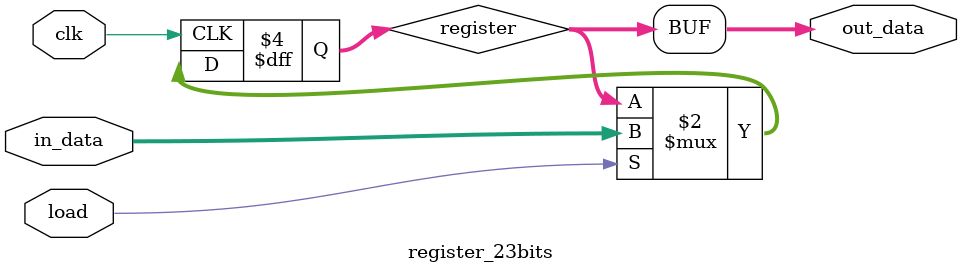
<source format=v>

module register_23bits(
  clk, // sinal de clock
  load, // sinal de carga
  in_data, // entrada de dados
  out_data // saída de dados
);
  parameter BITS = 23; // número de bits do registrador

  input clk, load;
  input [BITS-1:0] in_data;
  output [BITS-1:0] out_data;

   // número de bits do registrador

  reg [BITS-1:0] register; // registrador

  assign out_data = register; // saída dos dados registrados

  always @(posedge clk) begin
    if (load) // carga habilitada
      register <= in_data; // atualiza o valor do registrador
  end

endmodule

</source>
